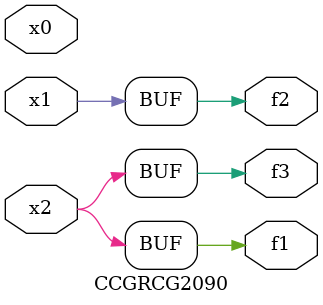
<source format=v>
module CCGRCG2090(
	input x0, x1, x2,
	output f1, f2, f3
);
	assign f1 = x2;
	assign f2 = x1;
	assign f3 = x2;
endmodule

</source>
